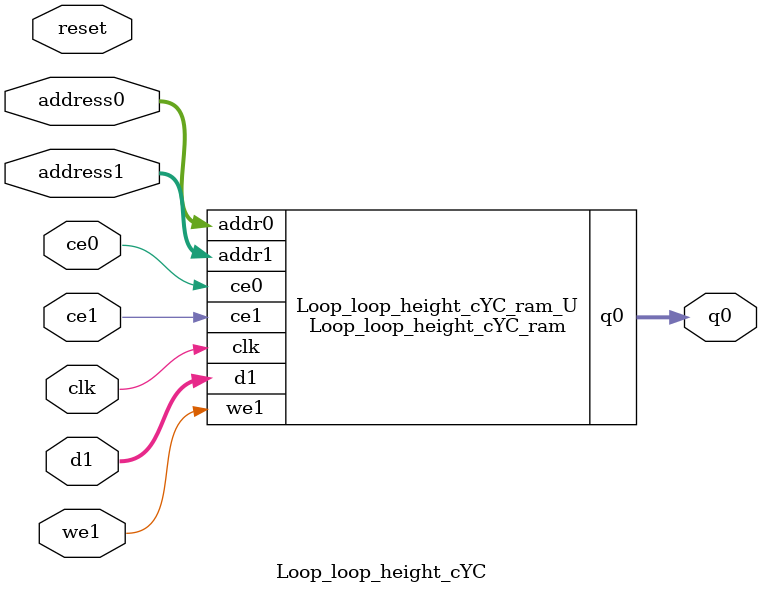
<source format=v>
`timescale 1 ns / 1 ps
module Loop_loop_height_cYC_ram (addr0, ce0, q0, addr1, ce1, d1, we1,  clk);

parameter DWIDTH = 16;
parameter AWIDTH = 9;
parameter MEM_SIZE = 480;

input[AWIDTH-1:0] addr0;
input ce0;
output reg[DWIDTH-1:0] q0;
input[AWIDTH-1:0] addr1;
input ce1;
input[DWIDTH-1:0] d1;
input we1;
input clk;

(* ram_style = "block" *)reg [DWIDTH-1:0] ram[0:MEM_SIZE-1];




always @(posedge clk)  
begin 
    if (ce0) 
    begin
        q0 <= ram[addr0];
    end
end


always @(posedge clk)  
begin 
    if (ce1) 
    begin
        if (we1) 
        begin 
            ram[addr1] <= d1; 
        end 
    end
end


endmodule

`timescale 1 ns / 1 ps
module Loop_loop_height_cYC(
    reset,
    clk,
    address0,
    ce0,
    q0,
    address1,
    ce1,
    we1,
    d1);

parameter DataWidth = 32'd16;
parameter AddressRange = 32'd480;
parameter AddressWidth = 32'd9;
input reset;
input clk;
input[AddressWidth - 1:0] address0;
input ce0;
output[DataWidth - 1:0] q0;
input[AddressWidth - 1:0] address1;
input ce1;
input we1;
input[DataWidth - 1:0] d1;



Loop_loop_height_cYC_ram Loop_loop_height_cYC_ram_U(
    .clk( clk ),
    .addr0( address0 ),
    .ce0( ce0 ),
    .q0( q0 ),
    .addr1( address1 ),
    .ce1( ce1 ),
    .we1( we1 ),
    .d1( d1 ));

endmodule


</source>
